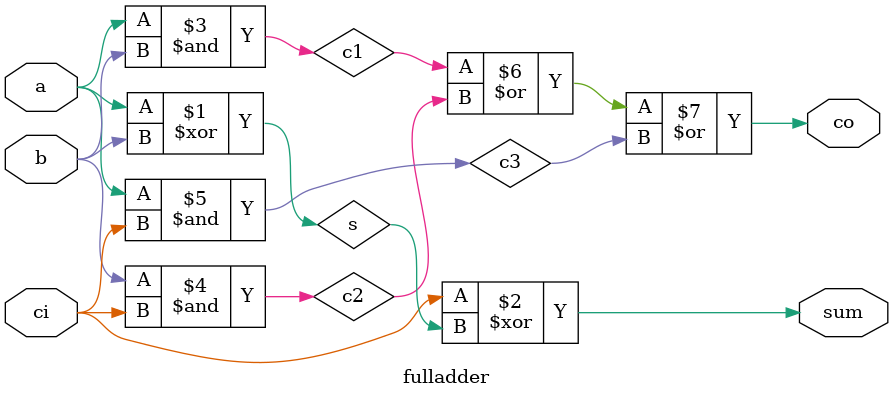
<source format=v>
module fulladder( sum, co, a, b, ci);
  input   a, b, ci;
  output  sum, co;
  wire s, c1, c2, c3;


  xor(s,a,b);
  xor(sum,ci,s);
  and(c1,a,b);
  and(c2,b,ci);
  and(c3,a,ci);
  or(co,c1,c2,c3);

endmodule

</source>
